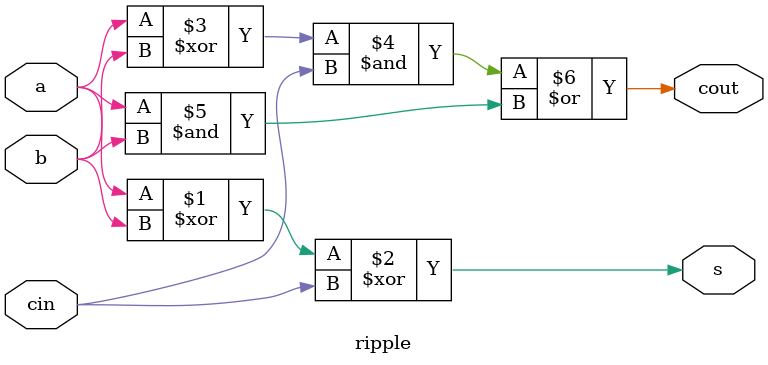
<source format=v>
`timescale 1ns / 1ps

module ripple(
    a,
    b,
    cin,
    s,
    cout);
    
    input wire[0:0]a;
    input wire[0:0]b;
    input wire[0:0]cin;
    output wire[0:0]s;
    output wire[0:0]cout;
   //one bit adder using dataflow modeling
   assign s = (a ^ b) ^ cin;
   assign cout = ((a ^ b) & cin) | (a & b);
    
endmodule

</source>
